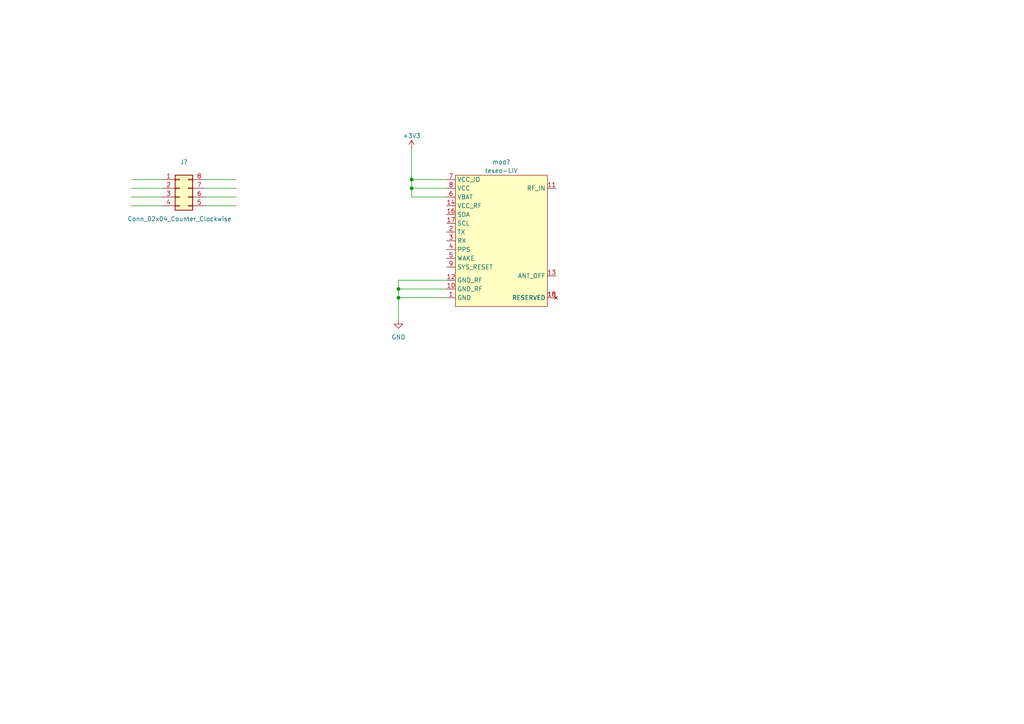
<source format=kicad_sch>
(kicad_sch (version 20210126) (generator eeschema)
  (paper "A4")
  (lib_symbols
    (symbol "Connector_Generic:Conn_02x04_Counter_Clockwise" (pin_names (offset 1.016) hide)
      (property "Reference" "J" (at 1.27 5.08 0))
      (property "Value" "Conn_02x04_Counter_Clockwise" (at 1.27 -7.62 0))
      (symbol "Conn_02x04_Counter_Clockwise_1_1"
        (rectangle (start -1.27 -4.953) (end 0 -5.207) (stroke (width 0.1524)))
        (rectangle (start -1.27 -2.413) (end 0 -2.667) (stroke (width 0.1524)))
        (rectangle (start -1.27 0.127) (end 0 -0.127) (stroke (width 0.1524)))
        (rectangle (start -1.27 2.667) (end 0 2.413) (stroke (width 0.1524)))
        (rectangle (start 3.81 -4.953) (end 2.54 -5.207) (stroke (width 0.1524)))
        (rectangle (start 3.81 -2.413) (end 2.54 -2.667) (stroke (width 0.1524)))
        (rectangle (start 3.81 0.127) (end 2.54 -0.127) (stroke (width 0.1524)))
        (rectangle (start 3.81 2.667) (end 2.54 2.413) (stroke (width 0.1524)))
        (rectangle (start -1.27 3.81) (end 3.81 -6.35) (stroke (width 0.254)) (fill (type background)))
        (pin passive line (at -5.08 2.54 0) (length 3.81) (name "Pin_1") (number "1"))
        (pin passive line (at -5.08 0 0) (length 3.81) (name "Pin_2") (number "2"))
        (pin passive line (at -5.08 -2.54 0) (length 3.81) (name "Pin_3") (number "3"))
        (pin passive line (at -5.08 -5.08 0) (length 3.81) (name "Pin_4") (number "4"))
        (pin passive line (at 7.62 -5.08 180) (length 3.81) (name "Pin_5") (number "5"))
        (pin passive line (at 7.62 -2.54 180) (length 3.81) (name "Pin_6") (number "6"))
        (pin passive line (at 7.62 0 180) (length 3.81) (name "Pin_7") (number "7"))
        (pin passive line (at 7.62 2.54 180) (length 3.81) (name "Pin_8") (number "8"))
      )
    )
    (symbol "modulles:teseo-LIV"
      (property "Reference" "mod" (at 12.7 -16.51 0))
      (property "Value" "teseo-LIV" (at 12.7 -21.59 0))
      (symbol "teseo-LIV_0_1"
        (rectangle (start 0 1.27) (end 26.67 -36.83) (stroke (width 0.1524)) (fill (type background)))
      )
      (symbol "teseo-LIV_1_1"
        (pin power_out line (at -2.54 -34.29 0) (length 2.54) (name "GND") (number "1"))
        (pin power_out line (at -2.54 -31.75 0) (length 2.54) (name "GND_RF") (number "10"))
        (pin input line (at 29.21 -2.54 180) (length 2.54) (name "RF_IN") (number "11"))
        (pin power_out line (at -2.54 -29.21 0) (length 2.54) (name "GND_RF") (number "12"))
        (pin output line (at 29.21 -27.94 180) (length 2.54) (name "ANT_OFF") (number "13"))
        (pin power_in line (at -2.54 -7.62 0) (length 2.54) (name "VCC_RF") (number "14"))
        (pin no_connect line (at 29.21 -34.29 180) (length 2.54) (name "RESERVED") (number "15"))
        (pin bidirectional line (at -2.54 -10.16 0) (length 2.54) (name "SDA") (number "16"))
        (pin bidirectional line (at -2.54 -12.7 0) (length 2.54) (name "SCL") (number "17"))
        (pin no_connect line (at 29.21 -34.29 180) (length 2.54) (name "RESERVED") (number "18"))
        (pin output line (at -2.54 -15.24 0) (length 2.54) (name "TX") (number "2"))
        (pin input line (at -2.54 -17.78 0) (length 2.54) (name "RX") (number "3"))
        (pin output line (at -2.54 -20.32 0) (length 2.54) (name "PPS") (number "4"))
        (pin input line (at -2.54 -22.86 0) (length 2.54) (name "WAKE") (number "5"))
        (pin power_in line (at -2.54 -5.08 0) (length 2.54) (name "VBAT") (number "6"))
        (pin power_in line (at -2.54 0 0) (length 2.54) (name "VCC_IO") (number "7"))
        (pin power_in line (at -2.54 -2.54 0) (length 2.54) (name "VCC") (number "8"))
        (pin input line (at -2.54 -25.4 0) (length 2.54) (name "SYS_RESET") (number "9"))
      )
    )
    (symbol "power:+3.3V" (power) (pin_names (offset 0))
      (property "Value" "+3.3V" (at 0 3.556 0))
      (symbol "+3.3V_0_1"
        (polyline (pts (xy -0.762 1.27) (xy 0 2.54)))
        (polyline (pts (xy 0 0) (xy 0 2.54)))
        (polyline (pts (xy 0 2.54) (xy 0.762 1.27)))
      )
      (symbol "+3.3V_1_1"
        (pin power_in line (at 0 0 90) (length 0) hide (name "+3V3") (number "1"))
      )
    )
    (symbol "power:GND" (power) (pin_names (offset 0))
      (property "Value" "GND" (at 0 -3.81 0))
      (symbol "GND_0_1"
        (polyline (pts (xy 0 0) (xy 0 -1.27) (xy 1.27 -1.27) (xy 0 -2.54) (xy -1.27 -1.27) (xy 0 -1.27)))
      )
      (symbol "GND_1_1"
        (pin power_in line (at 0 0 270) (length 0) hide (name "GND") (number "1"))
      )
    )
  )
  (junction (at 115.57 83.82) (diameter 0.9144))
  (junction (at 115.57 86.36) (diameter 0.9144))
  (junction (at 119.38 52.07) (diameter 0.9144))
  (junction (at 119.38 54.61) (diameter 0.9144))
  (wire (pts (xy 38.1 52.07) (xy 46.99 52.07)))
  (wire (pts (xy 38.1 54.61) (xy 46.99 54.61)))
  (wire (pts (xy 38.1 57.15) (xy 46.99 57.15)))
  (wire (pts (xy 38.1 59.69) (xy 46.99 59.69)))
  (wire (pts (xy 59.69 52.07) (xy 68.58 52.07)))
  (wire (pts (xy 59.69 54.61) (xy 68.58 54.61)))
  (wire (pts (xy 59.69 57.15) (xy 68.58 57.15)))
  (wire (pts (xy 59.69 59.69) (xy 68.58 59.69)))
  (wire (pts (xy 115.57 81.28) (xy 115.57 83.82)))
  (wire (pts (xy 115.57 81.28) (xy 129.54 81.28)))
  (wire (pts (xy 115.57 83.82) (xy 115.57 86.36)))
  (wire (pts (xy 115.57 86.36) (xy 115.57 92.71)))
  (wire (pts (xy 119.38 43.18) (xy 119.38 52.07)))
  (wire (pts (xy 119.38 52.07) (xy 119.38 54.61)))
  (wire (pts (xy 119.38 54.61) (xy 119.38 57.15)))
  (wire (pts (xy 119.38 54.61) (xy 129.54 54.61)))
  (wire (pts (xy 129.54 52.07) (xy 119.38 52.07)))
  (wire (pts (xy 129.54 57.15) (xy 119.38 57.15)))
  (wire (pts (xy 129.54 83.82) (xy 115.57 83.82)))
  (wire (pts (xy 129.54 86.36) (xy 115.57 86.36)))
  (symbol (lib_id "power:+3.3V") (at 119.38 43.18 0) (unit 1)
    (property "Reference" "#PWR?" (effects hide))
    (property "Value" "+3.3V" (at 119.38 39.37 0))
  )
  (symbol (lib_id "power:GND") (at 115.57 92.71 0) (unit 1)
    (property "Reference" "#PWR?" (effects hide))
    (property "Value" "GND" (at 115.57 97.79 0))
  )
  (symbol (lib_id "Connector_Generic:Conn_02x04_Counter_Clockwise") (at 52.07 54.61 0) (unit 1)
    (property "Reference" "J?" (at 53.34 46.99 0))
    (property "Value" "Conn_02x04_Counter_Clockwise" (at 52.07 63.5 0))
  )
  (symbol (lib_id "modulles:teseo-LIV") (at 132.08 52.07 0) (unit 1)
    (property "Reference" "mod?" (at 145.415 46.99 0))
    (property "Value" "teseo-LIV" (at 145.415 49.53 0))
  )
)
</source>
